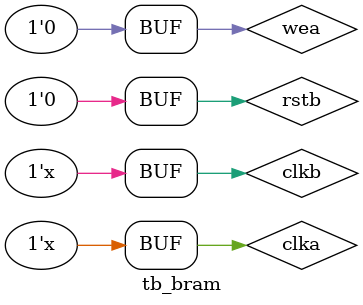
<source format=v>
`timescale 1ns/100ps
module tb_bram ();
reg  		        	clka    	;
reg  		        	wea     	;
reg  		[8:0]   	addra   	;		
reg  		[511:0] 	dina    	;

reg  		        	rstb    	;
reg  		[8:0]   	addrb_0 	;
wire  		[511:0] 	doutb 	    ;


initial
begin
	clka 			= 0;
	wea            	= 1;
	addra          	= 0;
	dina           	= 0;
	
	rstb           	= 1;
	addrb_0        	= 0;
	
	#100
	rstb = 0;
	
	#10005
	rstb = 1;
	wea = 0;

	#100
	rstb = 0;
	//wea = 1;
end

always #5 clka = ~clka;

reg clkb = 0;
always @(*) clkb =  clka;

always @(posedge clka)
begin
	addra <= addra + 1;
	dina <= dina + 1;
end

always @(posedge clka)
begin
	if (rstb)
		addrb_0 <= 0;
	else 
		addrb_0 <= addrb_0 + 1;
end

bram_512_512 u0 (
    .clka 		(clka                       				),
    .wea  		(wea				),
    .addra		(addra         	),
    .dina 		(dina               				),
			
    .clkb 		(clkb                        				),
	.rstb		(rstb),
    .addrb_0 	(addrb_0                				),
    .addrb_1 	(addrb_0                				),
    .addrb_2 	(addrb_0                				),
    .addrb_3 	(addrb_0                				),
    .addrb_4 	(addrb_0                				),
    .addrb_5 	(addrb_0                				),
    .addrb_6 	(addrb_0                				),
    .addrb_7 	(addrb_0                				),
    .addrb_8 	(addrb_0                				),
    .addrb_9 	(addrb_0                				),
    .addrb_10	(addrb_0                				),
    .addrb_11	(addrb_0                				),
    .addrb_12	(addrb_0                				),
    .addrb_13	(addrb_0                				),
    .addrb_14	(addrb_0                				),
    .addrb_15	(addrb_0                				),
    .doutb		(doutb                				)
);

endmodule
</source>
